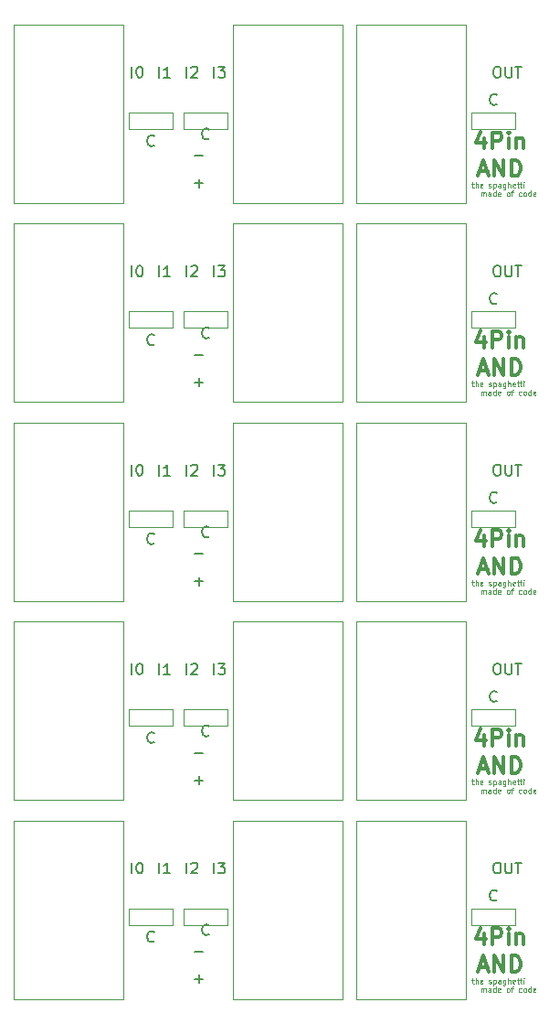
<source format=gto>
G04 #@! TF.GenerationSoftware,KiCad,Pcbnew,(5.1.6)-1*
G04 #@! TF.CreationDate,2020-06-25T08:47:51+09:00*
G04 #@! TF.ProjectId,4P-AND,34502d41-4e44-42e6-9b69-6361645f7063,rev?*
G04 #@! TF.SameCoordinates,Original*
G04 #@! TF.FileFunction,Legend,Top*
G04 #@! TF.FilePolarity,Positive*
%FSLAX46Y46*%
G04 Gerber Fmt 4.6, Leading zero omitted, Abs format (unit mm)*
G04 Created by KiCad (PCBNEW (5.1.6)-1) date 2020-06-25 08:47:51*
%MOMM*%
%LPD*%
G01*
G04 APERTURE LIST*
%ADD10C,0.300000*%
%ADD11C,0.150000*%
%ADD12C,0.050000*%
%ADD13C,0.120000*%
G04 APERTURE END LIST*
D10*
X74065000Y-115223571D02*
X74065000Y-116223571D01*
X73707857Y-114652142D02*
X73350714Y-115723571D01*
X74279285Y-115723571D01*
X74850714Y-116223571D02*
X74850714Y-114723571D01*
X75422142Y-114723571D01*
X75565000Y-114795000D01*
X75636428Y-114866428D01*
X75707857Y-115009285D01*
X75707857Y-115223571D01*
X75636428Y-115366428D01*
X75565000Y-115437857D01*
X75422142Y-115509285D01*
X74850714Y-115509285D01*
X76350714Y-116223571D02*
X76350714Y-115223571D01*
X76350714Y-114723571D02*
X76279285Y-114795000D01*
X76350714Y-114866428D01*
X76422142Y-114795000D01*
X76350714Y-114723571D01*
X76350714Y-114866428D01*
X77065000Y-115223571D02*
X77065000Y-116223571D01*
X77065000Y-115366428D02*
X77136428Y-115295000D01*
X77279285Y-115223571D01*
X77493571Y-115223571D01*
X77636428Y-115295000D01*
X77707857Y-115437857D01*
X77707857Y-116223571D01*
X73672142Y-118345000D02*
X74386428Y-118345000D01*
X73529285Y-118773571D02*
X74029285Y-117273571D01*
X74529285Y-118773571D01*
X75029285Y-118773571D02*
X75029285Y-117273571D01*
X75886428Y-118773571D01*
X75886428Y-117273571D01*
X76600714Y-118773571D02*
X76600714Y-117273571D01*
X76957857Y-117273571D01*
X77172142Y-117345000D01*
X77315000Y-117487857D01*
X77386428Y-117630714D01*
X77457857Y-117916428D01*
X77457857Y-118130714D01*
X77386428Y-118416428D01*
X77315000Y-118559285D01*
X77172142Y-118702142D01*
X76957857Y-118773571D01*
X76600714Y-118773571D01*
X74065000Y-96813571D02*
X74065000Y-97813571D01*
X73707857Y-96242142D02*
X73350714Y-97313571D01*
X74279285Y-97313571D01*
X74850714Y-97813571D02*
X74850714Y-96313571D01*
X75422142Y-96313571D01*
X75565000Y-96385000D01*
X75636428Y-96456428D01*
X75707857Y-96599285D01*
X75707857Y-96813571D01*
X75636428Y-96956428D01*
X75565000Y-97027857D01*
X75422142Y-97099285D01*
X74850714Y-97099285D01*
X76350714Y-97813571D02*
X76350714Y-96813571D01*
X76350714Y-96313571D02*
X76279285Y-96385000D01*
X76350714Y-96456428D01*
X76422142Y-96385000D01*
X76350714Y-96313571D01*
X76350714Y-96456428D01*
X77065000Y-96813571D02*
X77065000Y-97813571D01*
X77065000Y-96956428D02*
X77136428Y-96885000D01*
X77279285Y-96813571D01*
X77493571Y-96813571D01*
X77636428Y-96885000D01*
X77707857Y-97027857D01*
X77707857Y-97813571D01*
X73672142Y-99935000D02*
X74386428Y-99935000D01*
X73529285Y-100363571D02*
X74029285Y-98863571D01*
X74529285Y-100363571D01*
X75029285Y-100363571D02*
X75029285Y-98863571D01*
X75886428Y-100363571D01*
X75886428Y-98863571D01*
X76600714Y-100363571D02*
X76600714Y-98863571D01*
X76957857Y-98863571D01*
X77172142Y-98935000D01*
X77315000Y-99077857D01*
X77386428Y-99220714D01*
X77457857Y-99506428D01*
X77457857Y-99720714D01*
X77386428Y-100006428D01*
X77315000Y-100149285D01*
X77172142Y-100292142D01*
X76957857Y-100363571D01*
X76600714Y-100363571D01*
X74065000Y-78403571D02*
X74065000Y-79403571D01*
X73707857Y-77832142D02*
X73350714Y-78903571D01*
X74279285Y-78903571D01*
X74850714Y-79403571D02*
X74850714Y-77903571D01*
X75422142Y-77903571D01*
X75565000Y-77975000D01*
X75636428Y-78046428D01*
X75707857Y-78189285D01*
X75707857Y-78403571D01*
X75636428Y-78546428D01*
X75565000Y-78617857D01*
X75422142Y-78689285D01*
X74850714Y-78689285D01*
X76350714Y-79403571D02*
X76350714Y-78403571D01*
X76350714Y-77903571D02*
X76279285Y-77975000D01*
X76350714Y-78046428D01*
X76422142Y-77975000D01*
X76350714Y-77903571D01*
X76350714Y-78046428D01*
X77065000Y-78403571D02*
X77065000Y-79403571D01*
X77065000Y-78546428D02*
X77136428Y-78475000D01*
X77279285Y-78403571D01*
X77493571Y-78403571D01*
X77636428Y-78475000D01*
X77707857Y-78617857D01*
X77707857Y-79403571D01*
X73672142Y-81525000D02*
X74386428Y-81525000D01*
X73529285Y-81953571D02*
X74029285Y-80453571D01*
X74529285Y-81953571D01*
X75029285Y-81953571D02*
X75029285Y-80453571D01*
X75886428Y-81953571D01*
X75886428Y-80453571D01*
X76600714Y-81953571D02*
X76600714Y-80453571D01*
X76957857Y-80453571D01*
X77172142Y-80525000D01*
X77315000Y-80667857D01*
X77386428Y-80810714D01*
X77457857Y-81096428D01*
X77457857Y-81310714D01*
X77386428Y-81596428D01*
X77315000Y-81739285D01*
X77172142Y-81882142D01*
X76957857Y-81953571D01*
X76600714Y-81953571D01*
X74065000Y-59993571D02*
X74065000Y-60993571D01*
X73707857Y-59422142D02*
X73350714Y-60493571D01*
X74279285Y-60493571D01*
X74850714Y-60993571D02*
X74850714Y-59493571D01*
X75422142Y-59493571D01*
X75565000Y-59565000D01*
X75636428Y-59636428D01*
X75707857Y-59779285D01*
X75707857Y-59993571D01*
X75636428Y-60136428D01*
X75565000Y-60207857D01*
X75422142Y-60279285D01*
X74850714Y-60279285D01*
X76350714Y-60993571D02*
X76350714Y-59993571D01*
X76350714Y-59493571D02*
X76279285Y-59565000D01*
X76350714Y-59636428D01*
X76422142Y-59565000D01*
X76350714Y-59493571D01*
X76350714Y-59636428D01*
X77065000Y-59993571D02*
X77065000Y-60993571D01*
X77065000Y-60136428D02*
X77136428Y-60065000D01*
X77279285Y-59993571D01*
X77493571Y-59993571D01*
X77636428Y-60065000D01*
X77707857Y-60207857D01*
X77707857Y-60993571D01*
X73672142Y-63115000D02*
X74386428Y-63115000D01*
X73529285Y-63543571D02*
X74029285Y-62043571D01*
X74529285Y-63543571D01*
X75029285Y-63543571D02*
X75029285Y-62043571D01*
X75886428Y-63543571D01*
X75886428Y-62043571D01*
X76600714Y-63543571D02*
X76600714Y-62043571D01*
X76957857Y-62043571D01*
X77172142Y-62115000D01*
X77315000Y-62257857D01*
X77386428Y-62400714D01*
X77457857Y-62686428D01*
X77457857Y-62900714D01*
X77386428Y-63186428D01*
X77315000Y-63329285D01*
X77172142Y-63472142D01*
X76957857Y-63543571D01*
X76600714Y-63543571D01*
D11*
X41433809Y-109652380D02*
X41433809Y-108652380D01*
X42100476Y-108652380D02*
X42195714Y-108652380D01*
X42290952Y-108700000D01*
X42338571Y-108747619D01*
X42386190Y-108842857D01*
X42433809Y-109033333D01*
X42433809Y-109271428D01*
X42386190Y-109461904D01*
X42338571Y-109557142D01*
X42290952Y-109604761D01*
X42195714Y-109652380D01*
X42100476Y-109652380D01*
X42005238Y-109604761D01*
X41957619Y-109557142D01*
X41910000Y-109461904D01*
X41862380Y-109271428D01*
X41862380Y-109033333D01*
X41910000Y-108842857D01*
X41957619Y-108747619D01*
X42005238Y-108700000D01*
X42100476Y-108652380D01*
X41433809Y-91242380D02*
X41433809Y-90242380D01*
X42100476Y-90242380D02*
X42195714Y-90242380D01*
X42290952Y-90290000D01*
X42338571Y-90337619D01*
X42386190Y-90432857D01*
X42433809Y-90623333D01*
X42433809Y-90861428D01*
X42386190Y-91051904D01*
X42338571Y-91147142D01*
X42290952Y-91194761D01*
X42195714Y-91242380D01*
X42100476Y-91242380D01*
X42005238Y-91194761D01*
X41957619Y-91147142D01*
X41910000Y-91051904D01*
X41862380Y-90861428D01*
X41862380Y-90623333D01*
X41910000Y-90432857D01*
X41957619Y-90337619D01*
X42005238Y-90290000D01*
X42100476Y-90242380D01*
X41433809Y-72832380D02*
X41433809Y-71832380D01*
X42100476Y-71832380D02*
X42195714Y-71832380D01*
X42290952Y-71880000D01*
X42338571Y-71927619D01*
X42386190Y-72022857D01*
X42433809Y-72213333D01*
X42433809Y-72451428D01*
X42386190Y-72641904D01*
X42338571Y-72737142D01*
X42290952Y-72784761D01*
X42195714Y-72832380D01*
X42100476Y-72832380D01*
X42005238Y-72784761D01*
X41957619Y-72737142D01*
X41910000Y-72641904D01*
X41862380Y-72451428D01*
X41862380Y-72213333D01*
X41910000Y-72022857D01*
X41957619Y-71927619D01*
X42005238Y-71880000D01*
X42100476Y-71832380D01*
X41433809Y-54422380D02*
X41433809Y-53422380D01*
X42100476Y-53422380D02*
X42195714Y-53422380D01*
X42290952Y-53470000D01*
X42338571Y-53517619D01*
X42386190Y-53612857D01*
X42433809Y-53803333D01*
X42433809Y-54041428D01*
X42386190Y-54231904D01*
X42338571Y-54327142D01*
X42290952Y-54374761D01*
X42195714Y-54422380D01*
X42100476Y-54422380D01*
X42005238Y-54374761D01*
X41957619Y-54327142D01*
X41910000Y-54231904D01*
X41862380Y-54041428D01*
X41862380Y-53803333D01*
X41910000Y-53612857D01*
X41957619Y-53517619D01*
X42005238Y-53470000D01*
X42100476Y-53422380D01*
X75239523Y-112097142D02*
X75191904Y-112144761D01*
X75049047Y-112192380D01*
X74953809Y-112192380D01*
X74810952Y-112144761D01*
X74715714Y-112049523D01*
X74668095Y-111954285D01*
X74620476Y-111763809D01*
X74620476Y-111620952D01*
X74668095Y-111430476D01*
X74715714Y-111335238D01*
X74810952Y-111240000D01*
X74953809Y-111192380D01*
X75049047Y-111192380D01*
X75191904Y-111240000D01*
X75239523Y-111287619D01*
X75239523Y-93687142D02*
X75191904Y-93734761D01*
X75049047Y-93782380D01*
X74953809Y-93782380D01*
X74810952Y-93734761D01*
X74715714Y-93639523D01*
X74668095Y-93544285D01*
X74620476Y-93353809D01*
X74620476Y-93210952D01*
X74668095Y-93020476D01*
X74715714Y-92925238D01*
X74810952Y-92830000D01*
X74953809Y-92782380D01*
X75049047Y-92782380D01*
X75191904Y-92830000D01*
X75239523Y-92877619D01*
X75239523Y-75277142D02*
X75191904Y-75324761D01*
X75049047Y-75372380D01*
X74953809Y-75372380D01*
X74810952Y-75324761D01*
X74715714Y-75229523D01*
X74668095Y-75134285D01*
X74620476Y-74943809D01*
X74620476Y-74800952D01*
X74668095Y-74610476D01*
X74715714Y-74515238D01*
X74810952Y-74420000D01*
X74953809Y-74372380D01*
X75049047Y-74372380D01*
X75191904Y-74420000D01*
X75239523Y-74467619D01*
X75239523Y-56867142D02*
X75191904Y-56914761D01*
X75049047Y-56962380D01*
X74953809Y-56962380D01*
X74810952Y-56914761D01*
X74715714Y-56819523D01*
X74668095Y-56724285D01*
X74620476Y-56533809D01*
X74620476Y-56390952D01*
X74668095Y-56200476D01*
X74715714Y-56105238D01*
X74810952Y-56010000D01*
X74953809Y-55962380D01*
X75049047Y-55962380D01*
X75191904Y-56010000D01*
X75239523Y-56057619D01*
X75200000Y-108652380D02*
X75390476Y-108652380D01*
X75485714Y-108700000D01*
X75580952Y-108795238D01*
X75628571Y-108985714D01*
X75628571Y-109319047D01*
X75580952Y-109509523D01*
X75485714Y-109604761D01*
X75390476Y-109652380D01*
X75200000Y-109652380D01*
X75104761Y-109604761D01*
X75009523Y-109509523D01*
X74961904Y-109319047D01*
X74961904Y-108985714D01*
X75009523Y-108795238D01*
X75104761Y-108700000D01*
X75200000Y-108652380D01*
X76057142Y-108652380D02*
X76057142Y-109461904D01*
X76104761Y-109557142D01*
X76152380Y-109604761D01*
X76247619Y-109652380D01*
X76438095Y-109652380D01*
X76533333Y-109604761D01*
X76580952Y-109557142D01*
X76628571Y-109461904D01*
X76628571Y-108652380D01*
X76961904Y-108652380D02*
X77533333Y-108652380D01*
X77247619Y-109652380D02*
X77247619Y-108652380D01*
X75200000Y-90242380D02*
X75390476Y-90242380D01*
X75485714Y-90290000D01*
X75580952Y-90385238D01*
X75628571Y-90575714D01*
X75628571Y-90909047D01*
X75580952Y-91099523D01*
X75485714Y-91194761D01*
X75390476Y-91242380D01*
X75200000Y-91242380D01*
X75104761Y-91194761D01*
X75009523Y-91099523D01*
X74961904Y-90909047D01*
X74961904Y-90575714D01*
X75009523Y-90385238D01*
X75104761Y-90290000D01*
X75200000Y-90242380D01*
X76057142Y-90242380D02*
X76057142Y-91051904D01*
X76104761Y-91147142D01*
X76152380Y-91194761D01*
X76247619Y-91242380D01*
X76438095Y-91242380D01*
X76533333Y-91194761D01*
X76580952Y-91147142D01*
X76628571Y-91051904D01*
X76628571Y-90242380D01*
X76961904Y-90242380D02*
X77533333Y-90242380D01*
X77247619Y-91242380D02*
X77247619Y-90242380D01*
X75200000Y-71832380D02*
X75390476Y-71832380D01*
X75485714Y-71880000D01*
X75580952Y-71975238D01*
X75628571Y-72165714D01*
X75628571Y-72499047D01*
X75580952Y-72689523D01*
X75485714Y-72784761D01*
X75390476Y-72832380D01*
X75200000Y-72832380D01*
X75104761Y-72784761D01*
X75009523Y-72689523D01*
X74961904Y-72499047D01*
X74961904Y-72165714D01*
X75009523Y-71975238D01*
X75104761Y-71880000D01*
X75200000Y-71832380D01*
X76057142Y-71832380D02*
X76057142Y-72641904D01*
X76104761Y-72737142D01*
X76152380Y-72784761D01*
X76247619Y-72832380D01*
X76438095Y-72832380D01*
X76533333Y-72784761D01*
X76580952Y-72737142D01*
X76628571Y-72641904D01*
X76628571Y-71832380D01*
X76961904Y-71832380D02*
X77533333Y-71832380D01*
X77247619Y-72832380D02*
X77247619Y-71832380D01*
X75200000Y-53422380D02*
X75390476Y-53422380D01*
X75485714Y-53470000D01*
X75580952Y-53565238D01*
X75628571Y-53755714D01*
X75628571Y-54089047D01*
X75580952Y-54279523D01*
X75485714Y-54374761D01*
X75390476Y-54422380D01*
X75200000Y-54422380D01*
X75104761Y-54374761D01*
X75009523Y-54279523D01*
X74961904Y-54089047D01*
X74961904Y-53755714D01*
X75009523Y-53565238D01*
X75104761Y-53470000D01*
X75200000Y-53422380D01*
X76057142Y-53422380D02*
X76057142Y-54231904D01*
X76104761Y-54327142D01*
X76152380Y-54374761D01*
X76247619Y-54422380D01*
X76438095Y-54422380D01*
X76533333Y-54374761D01*
X76580952Y-54327142D01*
X76628571Y-54231904D01*
X76628571Y-53422380D01*
X76961904Y-53422380D02*
X77533333Y-53422380D01*
X77247619Y-54422380D02*
X77247619Y-53422380D01*
X49053809Y-109652380D02*
X49053809Y-108652380D01*
X49434761Y-108652380D02*
X50053809Y-108652380D01*
X49720476Y-109033333D01*
X49863333Y-109033333D01*
X49958571Y-109080952D01*
X50006190Y-109128571D01*
X50053809Y-109223809D01*
X50053809Y-109461904D01*
X50006190Y-109557142D01*
X49958571Y-109604761D01*
X49863333Y-109652380D01*
X49577619Y-109652380D01*
X49482380Y-109604761D01*
X49434761Y-109557142D01*
X49053809Y-91242380D02*
X49053809Y-90242380D01*
X49434761Y-90242380D02*
X50053809Y-90242380D01*
X49720476Y-90623333D01*
X49863333Y-90623333D01*
X49958571Y-90670952D01*
X50006190Y-90718571D01*
X50053809Y-90813809D01*
X50053809Y-91051904D01*
X50006190Y-91147142D01*
X49958571Y-91194761D01*
X49863333Y-91242380D01*
X49577619Y-91242380D01*
X49482380Y-91194761D01*
X49434761Y-91147142D01*
X49053809Y-72832380D02*
X49053809Y-71832380D01*
X49434761Y-71832380D02*
X50053809Y-71832380D01*
X49720476Y-72213333D01*
X49863333Y-72213333D01*
X49958571Y-72260952D01*
X50006190Y-72308571D01*
X50053809Y-72403809D01*
X50053809Y-72641904D01*
X50006190Y-72737142D01*
X49958571Y-72784761D01*
X49863333Y-72832380D01*
X49577619Y-72832380D01*
X49482380Y-72784761D01*
X49434761Y-72737142D01*
X49053809Y-54422380D02*
X49053809Y-53422380D01*
X49434761Y-53422380D02*
X50053809Y-53422380D01*
X49720476Y-53803333D01*
X49863333Y-53803333D01*
X49958571Y-53850952D01*
X50006190Y-53898571D01*
X50053809Y-53993809D01*
X50053809Y-54231904D01*
X50006190Y-54327142D01*
X49958571Y-54374761D01*
X49863333Y-54422380D01*
X49577619Y-54422380D01*
X49482380Y-54374761D01*
X49434761Y-54327142D01*
D12*
X72922142Y-119487857D02*
X73112619Y-119487857D01*
X72993571Y-119321190D02*
X72993571Y-119749761D01*
X73017380Y-119797380D01*
X73065000Y-119821190D01*
X73112619Y-119821190D01*
X73279285Y-119821190D02*
X73279285Y-119321190D01*
X73493571Y-119821190D02*
X73493571Y-119559285D01*
X73469761Y-119511666D01*
X73422142Y-119487857D01*
X73350714Y-119487857D01*
X73303095Y-119511666D01*
X73279285Y-119535476D01*
X73922142Y-119797380D02*
X73874523Y-119821190D01*
X73779285Y-119821190D01*
X73731666Y-119797380D01*
X73707857Y-119749761D01*
X73707857Y-119559285D01*
X73731666Y-119511666D01*
X73779285Y-119487857D01*
X73874523Y-119487857D01*
X73922142Y-119511666D01*
X73945952Y-119559285D01*
X73945952Y-119606904D01*
X73707857Y-119654523D01*
X74517380Y-119797380D02*
X74565000Y-119821190D01*
X74660238Y-119821190D01*
X74707857Y-119797380D01*
X74731666Y-119749761D01*
X74731666Y-119725952D01*
X74707857Y-119678333D01*
X74660238Y-119654523D01*
X74588809Y-119654523D01*
X74541190Y-119630714D01*
X74517380Y-119583095D01*
X74517380Y-119559285D01*
X74541190Y-119511666D01*
X74588809Y-119487857D01*
X74660238Y-119487857D01*
X74707857Y-119511666D01*
X74945952Y-119487857D02*
X74945952Y-119987857D01*
X74945952Y-119511666D02*
X74993571Y-119487857D01*
X75088809Y-119487857D01*
X75136428Y-119511666D01*
X75160238Y-119535476D01*
X75184047Y-119583095D01*
X75184047Y-119725952D01*
X75160238Y-119773571D01*
X75136428Y-119797380D01*
X75088809Y-119821190D01*
X74993571Y-119821190D01*
X74945952Y-119797380D01*
X75612619Y-119821190D02*
X75612619Y-119559285D01*
X75588809Y-119511666D01*
X75541190Y-119487857D01*
X75445952Y-119487857D01*
X75398333Y-119511666D01*
X75612619Y-119797380D02*
X75565000Y-119821190D01*
X75445952Y-119821190D01*
X75398333Y-119797380D01*
X75374523Y-119749761D01*
X75374523Y-119702142D01*
X75398333Y-119654523D01*
X75445952Y-119630714D01*
X75565000Y-119630714D01*
X75612619Y-119606904D01*
X76065000Y-119487857D02*
X76065000Y-119892619D01*
X76041190Y-119940238D01*
X76017380Y-119964047D01*
X75969761Y-119987857D01*
X75898333Y-119987857D01*
X75850714Y-119964047D01*
X76065000Y-119797380D02*
X76017380Y-119821190D01*
X75922142Y-119821190D01*
X75874523Y-119797380D01*
X75850714Y-119773571D01*
X75826904Y-119725952D01*
X75826904Y-119583095D01*
X75850714Y-119535476D01*
X75874523Y-119511666D01*
X75922142Y-119487857D01*
X76017380Y-119487857D01*
X76065000Y-119511666D01*
X76303095Y-119821190D02*
X76303095Y-119321190D01*
X76517380Y-119821190D02*
X76517380Y-119559285D01*
X76493571Y-119511666D01*
X76445952Y-119487857D01*
X76374523Y-119487857D01*
X76326904Y-119511666D01*
X76303095Y-119535476D01*
X76945952Y-119797380D02*
X76898333Y-119821190D01*
X76803095Y-119821190D01*
X76755476Y-119797380D01*
X76731666Y-119749761D01*
X76731666Y-119559285D01*
X76755476Y-119511666D01*
X76803095Y-119487857D01*
X76898333Y-119487857D01*
X76945952Y-119511666D01*
X76969761Y-119559285D01*
X76969761Y-119606904D01*
X76731666Y-119654523D01*
X77112619Y-119487857D02*
X77303095Y-119487857D01*
X77184047Y-119321190D02*
X77184047Y-119749761D01*
X77207857Y-119797380D01*
X77255476Y-119821190D01*
X77303095Y-119821190D01*
X77398333Y-119487857D02*
X77588809Y-119487857D01*
X77469761Y-119321190D02*
X77469761Y-119749761D01*
X77493571Y-119797380D01*
X77541190Y-119821190D01*
X77588809Y-119821190D01*
X77755476Y-119821190D02*
X77755476Y-119487857D01*
X77755476Y-119321190D02*
X77731666Y-119345000D01*
X77755476Y-119368809D01*
X77779285Y-119345000D01*
X77755476Y-119321190D01*
X77755476Y-119368809D01*
X73815000Y-120621190D02*
X73815000Y-120287857D01*
X73815000Y-120335476D02*
X73838809Y-120311666D01*
X73886428Y-120287857D01*
X73957857Y-120287857D01*
X74005476Y-120311666D01*
X74029285Y-120359285D01*
X74029285Y-120621190D01*
X74029285Y-120359285D02*
X74053095Y-120311666D01*
X74100714Y-120287857D01*
X74172142Y-120287857D01*
X74219761Y-120311666D01*
X74243571Y-120359285D01*
X74243571Y-120621190D01*
X74695952Y-120621190D02*
X74695952Y-120359285D01*
X74672142Y-120311666D01*
X74624523Y-120287857D01*
X74529285Y-120287857D01*
X74481666Y-120311666D01*
X74695952Y-120597380D02*
X74648333Y-120621190D01*
X74529285Y-120621190D01*
X74481666Y-120597380D01*
X74457857Y-120549761D01*
X74457857Y-120502142D01*
X74481666Y-120454523D01*
X74529285Y-120430714D01*
X74648333Y-120430714D01*
X74695952Y-120406904D01*
X75148333Y-120621190D02*
X75148333Y-120121190D01*
X75148333Y-120597380D02*
X75100714Y-120621190D01*
X75005476Y-120621190D01*
X74957857Y-120597380D01*
X74934047Y-120573571D01*
X74910238Y-120525952D01*
X74910238Y-120383095D01*
X74934047Y-120335476D01*
X74957857Y-120311666D01*
X75005476Y-120287857D01*
X75100714Y-120287857D01*
X75148333Y-120311666D01*
X75576904Y-120597380D02*
X75529285Y-120621190D01*
X75434047Y-120621190D01*
X75386428Y-120597380D01*
X75362619Y-120549761D01*
X75362619Y-120359285D01*
X75386428Y-120311666D01*
X75434047Y-120287857D01*
X75529285Y-120287857D01*
X75576904Y-120311666D01*
X75600714Y-120359285D01*
X75600714Y-120406904D01*
X75362619Y-120454523D01*
X76267380Y-120621190D02*
X76219761Y-120597380D01*
X76195952Y-120573571D01*
X76172142Y-120525952D01*
X76172142Y-120383095D01*
X76195952Y-120335476D01*
X76219761Y-120311666D01*
X76267380Y-120287857D01*
X76338809Y-120287857D01*
X76386428Y-120311666D01*
X76410238Y-120335476D01*
X76434047Y-120383095D01*
X76434047Y-120525952D01*
X76410238Y-120573571D01*
X76386428Y-120597380D01*
X76338809Y-120621190D01*
X76267380Y-120621190D01*
X76576904Y-120287857D02*
X76767380Y-120287857D01*
X76648333Y-120621190D02*
X76648333Y-120192619D01*
X76672142Y-120145000D01*
X76719761Y-120121190D01*
X76767380Y-120121190D01*
X77529285Y-120597380D02*
X77481666Y-120621190D01*
X77386428Y-120621190D01*
X77338809Y-120597380D01*
X77315000Y-120573571D01*
X77291190Y-120525952D01*
X77291190Y-120383095D01*
X77315000Y-120335476D01*
X77338809Y-120311666D01*
X77386428Y-120287857D01*
X77481666Y-120287857D01*
X77529285Y-120311666D01*
X77815000Y-120621190D02*
X77767380Y-120597380D01*
X77743571Y-120573571D01*
X77719761Y-120525952D01*
X77719761Y-120383095D01*
X77743571Y-120335476D01*
X77767380Y-120311666D01*
X77815000Y-120287857D01*
X77886428Y-120287857D01*
X77934047Y-120311666D01*
X77957857Y-120335476D01*
X77981666Y-120383095D01*
X77981666Y-120525952D01*
X77957857Y-120573571D01*
X77934047Y-120597380D01*
X77886428Y-120621190D01*
X77815000Y-120621190D01*
X78410238Y-120621190D02*
X78410238Y-120121190D01*
X78410238Y-120597380D02*
X78362619Y-120621190D01*
X78267380Y-120621190D01*
X78219761Y-120597380D01*
X78195952Y-120573571D01*
X78172142Y-120525952D01*
X78172142Y-120383095D01*
X78195952Y-120335476D01*
X78219761Y-120311666D01*
X78267380Y-120287857D01*
X78362619Y-120287857D01*
X78410238Y-120311666D01*
X78838809Y-120597380D02*
X78791190Y-120621190D01*
X78695952Y-120621190D01*
X78648333Y-120597380D01*
X78624523Y-120549761D01*
X78624523Y-120359285D01*
X78648333Y-120311666D01*
X78695952Y-120287857D01*
X78791190Y-120287857D01*
X78838809Y-120311666D01*
X78862619Y-120359285D01*
X78862619Y-120406904D01*
X78624523Y-120454523D01*
X72922142Y-101077857D02*
X73112619Y-101077857D01*
X72993571Y-100911190D02*
X72993571Y-101339761D01*
X73017380Y-101387380D01*
X73065000Y-101411190D01*
X73112619Y-101411190D01*
X73279285Y-101411190D02*
X73279285Y-100911190D01*
X73493571Y-101411190D02*
X73493571Y-101149285D01*
X73469761Y-101101666D01*
X73422142Y-101077857D01*
X73350714Y-101077857D01*
X73303095Y-101101666D01*
X73279285Y-101125476D01*
X73922142Y-101387380D02*
X73874523Y-101411190D01*
X73779285Y-101411190D01*
X73731666Y-101387380D01*
X73707857Y-101339761D01*
X73707857Y-101149285D01*
X73731666Y-101101666D01*
X73779285Y-101077857D01*
X73874523Y-101077857D01*
X73922142Y-101101666D01*
X73945952Y-101149285D01*
X73945952Y-101196904D01*
X73707857Y-101244523D01*
X74517380Y-101387380D02*
X74565000Y-101411190D01*
X74660238Y-101411190D01*
X74707857Y-101387380D01*
X74731666Y-101339761D01*
X74731666Y-101315952D01*
X74707857Y-101268333D01*
X74660238Y-101244523D01*
X74588809Y-101244523D01*
X74541190Y-101220714D01*
X74517380Y-101173095D01*
X74517380Y-101149285D01*
X74541190Y-101101666D01*
X74588809Y-101077857D01*
X74660238Y-101077857D01*
X74707857Y-101101666D01*
X74945952Y-101077857D02*
X74945952Y-101577857D01*
X74945952Y-101101666D02*
X74993571Y-101077857D01*
X75088809Y-101077857D01*
X75136428Y-101101666D01*
X75160238Y-101125476D01*
X75184047Y-101173095D01*
X75184047Y-101315952D01*
X75160238Y-101363571D01*
X75136428Y-101387380D01*
X75088809Y-101411190D01*
X74993571Y-101411190D01*
X74945952Y-101387380D01*
X75612619Y-101411190D02*
X75612619Y-101149285D01*
X75588809Y-101101666D01*
X75541190Y-101077857D01*
X75445952Y-101077857D01*
X75398333Y-101101666D01*
X75612619Y-101387380D02*
X75565000Y-101411190D01*
X75445952Y-101411190D01*
X75398333Y-101387380D01*
X75374523Y-101339761D01*
X75374523Y-101292142D01*
X75398333Y-101244523D01*
X75445952Y-101220714D01*
X75565000Y-101220714D01*
X75612619Y-101196904D01*
X76065000Y-101077857D02*
X76065000Y-101482619D01*
X76041190Y-101530238D01*
X76017380Y-101554047D01*
X75969761Y-101577857D01*
X75898333Y-101577857D01*
X75850714Y-101554047D01*
X76065000Y-101387380D02*
X76017380Y-101411190D01*
X75922142Y-101411190D01*
X75874523Y-101387380D01*
X75850714Y-101363571D01*
X75826904Y-101315952D01*
X75826904Y-101173095D01*
X75850714Y-101125476D01*
X75874523Y-101101666D01*
X75922142Y-101077857D01*
X76017380Y-101077857D01*
X76065000Y-101101666D01*
X76303095Y-101411190D02*
X76303095Y-100911190D01*
X76517380Y-101411190D02*
X76517380Y-101149285D01*
X76493571Y-101101666D01*
X76445952Y-101077857D01*
X76374523Y-101077857D01*
X76326904Y-101101666D01*
X76303095Y-101125476D01*
X76945952Y-101387380D02*
X76898333Y-101411190D01*
X76803095Y-101411190D01*
X76755476Y-101387380D01*
X76731666Y-101339761D01*
X76731666Y-101149285D01*
X76755476Y-101101666D01*
X76803095Y-101077857D01*
X76898333Y-101077857D01*
X76945952Y-101101666D01*
X76969761Y-101149285D01*
X76969761Y-101196904D01*
X76731666Y-101244523D01*
X77112619Y-101077857D02*
X77303095Y-101077857D01*
X77184047Y-100911190D02*
X77184047Y-101339761D01*
X77207857Y-101387380D01*
X77255476Y-101411190D01*
X77303095Y-101411190D01*
X77398333Y-101077857D02*
X77588809Y-101077857D01*
X77469761Y-100911190D02*
X77469761Y-101339761D01*
X77493571Y-101387380D01*
X77541190Y-101411190D01*
X77588809Y-101411190D01*
X77755476Y-101411190D02*
X77755476Y-101077857D01*
X77755476Y-100911190D02*
X77731666Y-100935000D01*
X77755476Y-100958809D01*
X77779285Y-100935000D01*
X77755476Y-100911190D01*
X77755476Y-100958809D01*
X73815000Y-102211190D02*
X73815000Y-101877857D01*
X73815000Y-101925476D02*
X73838809Y-101901666D01*
X73886428Y-101877857D01*
X73957857Y-101877857D01*
X74005476Y-101901666D01*
X74029285Y-101949285D01*
X74029285Y-102211190D01*
X74029285Y-101949285D02*
X74053095Y-101901666D01*
X74100714Y-101877857D01*
X74172142Y-101877857D01*
X74219761Y-101901666D01*
X74243571Y-101949285D01*
X74243571Y-102211190D01*
X74695952Y-102211190D02*
X74695952Y-101949285D01*
X74672142Y-101901666D01*
X74624523Y-101877857D01*
X74529285Y-101877857D01*
X74481666Y-101901666D01*
X74695952Y-102187380D02*
X74648333Y-102211190D01*
X74529285Y-102211190D01*
X74481666Y-102187380D01*
X74457857Y-102139761D01*
X74457857Y-102092142D01*
X74481666Y-102044523D01*
X74529285Y-102020714D01*
X74648333Y-102020714D01*
X74695952Y-101996904D01*
X75148333Y-102211190D02*
X75148333Y-101711190D01*
X75148333Y-102187380D02*
X75100714Y-102211190D01*
X75005476Y-102211190D01*
X74957857Y-102187380D01*
X74934047Y-102163571D01*
X74910238Y-102115952D01*
X74910238Y-101973095D01*
X74934047Y-101925476D01*
X74957857Y-101901666D01*
X75005476Y-101877857D01*
X75100714Y-101877857D01*
X75148333Y-101901666D01*
X75576904Y-102187380D02*
X75529285Y-102211190D01*
X75434047Y-102211190D01*
X75386428Y-102187380D01*
X75362619Y-102139761D01*
X75362619Y-101949285D01*
X75386428Y-101901666D01*
X75434047Y-101877857D01*
X75529285Y-101877857D01*
X75576904Y-101901666D01*
X75600714Y-101949285D01*
X75600714Y-101996904D01*
X75362619Y-102044523D01*
X76267380Y-102211190D02*
X76219761Y-102187380D01*
X76195952Y-102163571D01*
X76172142Y-102115952D01*
X76172142Y-101973095D01*
X76195952Y-101925476D01*
X76219761Y-101901666D01*
X76267380Y-101877857D01*
X76338809Y-101877857D01*
X76386428Y-101901666D01*
X76410238Y-101925476D01*
X76434047Y-101973095D01*
X76434047Y-102115952D01*
X76410238Y-102163571D01*
X76386428Y-102187380D01*
X76338809Y-102211190D01*
X76267380Y-102211190D01*
X76576904Y-101877857D02*
X76767380Y-101877857D01*
X76648333Y-102211190D02*
X76648333Y-101782619D01*
X76672142Y-101735000D01*
X76719761Y-101711190D01*
X76767380Y-101711190D01*
X77529285Y-102187380D02*
X77481666Y-102211190D01*
X77386428Y-102211190D01*
X77338809Y-102187380D01*
X77315000Y-102163571D01*
X77291190Y-102115952D01*
X77291190Y-101973095D01*
X77315000Y-101925476D01*
X77338809Y-101901666D01*
X77386428Y-101877857D01*
X77481666Y-101877857D01*
X77529285Y-101901666D01*
X77815000Y-102211190D02*
X77767380Y-102187380D01*
X77743571Y-102163571D01*
X77719761Y-102115952D01*
X77719761Y-101973095D01*
X77743571Y-101925476D01*
X77767380Y-101901666D01*
X77815000Y-101877857D01*
X77886428Y-101877857D01*
X77934047Y-101901666D01*
X77957857Y-101925476D01*
X77981666Y-101973095D01*
X77981666Y-102115952D01*
X77957857Y-102163571D01*
X77934047Y-102187380D01*
X77886428Y-102211190D01*
X77815000Y-102211190D01*
X78410238Y-102211190D02*
X78410238Y-101711190D01*
X78410238Y-102187380D02*
X78362619Y-102211190D01*
X78267380Y-102211190D01*
X78219761Y-102187380D01*
X78195952Y-102163571D01*
X78172142Y-102115952D01*
X78172142Y-101973095D01*
X78195952Y-101925476D01*
X78219761Y-101901666D01*
X78267380Y-101877857D01*
X78362619Y-101877857D01*
X78410238Y-101901666D01*
X78838809Y-102187380D02*
X78791190Y-102211190D01*
X78695952Y-102211190D01*
X78648333Y-102187380D01*
X78624523Y-102139761D01*
X78624523Y-101949285D01*
X78648333Y-101901666D01*
X78695952Y-101877857D01*
X78791190Y-101877857D01*
X78838809Y-101901666D01*
X78862619Y-101949285D01*
X78862619Y-101996904D01*
X78624523Y-102044523D01*
X72922142Y-82667857D02*
X73112619Y-82667857D01*
X72993571Y-82501190D02*
X72993571Y-82929761D01*
X73017380Y-82977380D01*
X73065000Y-83001190D01*
X73112619Y-83001190D01*
X73279285Y-83001190D02*
X73279285Y-82501190D01*
X73493571Y-83001190D02*
X73493571Y-82739285D01*
X73469761Y-82691666D01*
X73422142Y-82667857D01*
X73350714Y-82667857D01*
X73303095Y-82691666D01*
X73279285Y-82715476D01*
X73922142Y-82977380D02*
X73874523Y-83001190D01*
X73779285Y-83001190D01*
X73731666Y-82977380D01*
X73707857Y-82929761D01*
X73707857Y-82739285D01*
X73731666Y-82691666D01*
X73779285Y-82667857D01*
X73874523Y-82667857D01*
X73922142Y-82691666D01*
X73945952Y-82739285D01*
X73945952Y-82786904D01*
X73707857Y-82834523D01*
X74517380Y-82977380D02*
X74565000Y-83001190D01*
X74660238Y-83001190D01*
X74707857Y-82977380D01*
X74731666Y-82929761D01*
X74731666Y-82905952D01*
X74707857Y-82858333D01*
X74660238Y-82834523D01*
X74588809Y-82834523D01*
X74541190Y-82810714D01*
X74517380Y-82763095D01*
X74517380Y-82739285D01*
X74541190Y-82691666D01*
X74588809Y-82667857D01*
X74660238Y-82667857D01*
X74707857Y-82691666D01*
X74945952Y-82667857D02*
X74945952Y-83167857D01*
X74945952Y-82691666D02*
X74993571Y-82667857D01*
X75088809Y-82667857D01*
X75136428Y-82691666D01*
X75160238Y-82715476D01*
X75184047Y-82763095D01*
X75184047Y-82905952D01*
X75160238Y-82953571D01*
X75136428Y-82977380D01*
X75088809Y-83001190D01*
X74993571Y-83001190D01*
X74945952Y-82977380D01*
X75612619Y-83001190D02*
X75612619Y-82739285D01*
X75588809Y-82691666D01*
X75541190Y-82667857D01*
X75445952Y-82667857D01*
X75398333Y-82691666D01*
X75612619Y-82977380D02*
X75565000Y-83001190D01*
X75445952Y-83001190D01*
X75398333Y-82977380D01*
X75374523Y-82929761D01*
X75374523Y-82882142D01*
X75398333Y-82834523D01*
X75445952Y-82810714D01*
X75565000Y-82810714D01*
X75612619Y-82786904D01*
X76065000Y-82667857D02*
X76065000Y-83072619D01*
X76041190Y-83120238D01*
X76017380Y-83144047D01*
X75969761Y-83167857D01*
X75898333Y-83167857D01*
X75850714Y-83144047D01*
X76065000Y-82977380D02*
X76017380Y-83001190D01*
X75922142Y-83001190D01*
X75874523Y-82977380D01*
X75850714Y-82953571D01*
X75826904Y-82905952D01*
X75826904Y-82763095D01*
X75850714Y-82715476D01*
X75874523Y-82691666D01*
X75922142Y-82667857D01*
X76017380Y-82667857D01*
X76065000Y-82691666D01*
X76303095Y-83001190D02*
X76303095Y-82501190D01*
X76517380Y-83001190D02*
X76517380Y-82739285D01*
X76493571Y-82691666D01*
X76445952Y-82667857D01*
X76374523Y-82667857D01*
X76326904Y-82691666D01*
X76303095Y-82715476D01*
X76945952Y-82977380D02*
X76898333Y-83001190D01*
X76803095Y-83001190D01*
X76755476Y-82977380D01*
X76731666Y-82929761D01*
X76731666Y-82739285D01*
X76755476Y-82691666D01*
X76803095Y-82667857D01*
X76898333Y-82667857D01*
X76945952Y-82691666D01*
X76969761Y-82739285D01*
X76969761Y-82786904D01*
X76731666Y-82834523D01*
X77112619Y-82667857D02*
X77303095Y-82667857D01*
X77184047Y-82501190D02*
X77184047Y-82929761D01*
X77207857Y-82977380D01*
X77255476Y-83001190D01*
X77303095Y-83001190D01*
X77398333Y-82667857D02*
X77588809Y-82667857D01*
X77469761Y-82501190D02*
X77469761Y-82929761D01*
X77493571Y-82977380D01*
X77541190Y-83001190D01*
X77588809Y-83001190D01*
X77755476Y-83001190D02*
X77755476Y-82667857D01*
X77755476Y-82501190D02*
X77731666Y-82525000D01*
X77755476Y-82548809D01*
X77779285Y-82525000D01*
X77755476Y-82501190D01*
X77755476Y-82548809D01*
X73815000Y-83801190D02*
X73815000Y-83467857D01*
X73815000Y-83515476D02*
X73838809Y-83491666D01*
X73886428Y-83467857D01*
X73957857Y-83467857D01*
X74005476Y-83491666D01*
X74029285Y-83539285D01*
X74029285Y-83801190D01*
X74029285Y-83539285D02*
X74053095Y-83491666D01*
X74100714Y-83467857D01*
X74172142Y-83467857D01*
X74219761Y-83491666D01*
X74243571Y-83539285D01*
X74243571Y-83801190D01*
X74695952Y-83801190D02*
X74695952Y-83539285D01*
X74672142Y-83491666D01*
X74624523Y-83467857D01*
X74529285Y-83467857D01*
X74481666Y-83491666D01*
X74695952Y-83777380D02*
X74648333Y-83801190D01*
X74529285Y-83801190D01*
X74481666Y-83777380D01*
X74457857Y-83729761D01*
X74457857Y-83682142D01*
X74481666Y-83634523D01*
X74529285Y-83610714D01*
X74648333Y-83610714D01*
X74695952Y-83586904D01*
X75148333Y-83801190D02*
X75148333Y-83301190D01*
X75148333Y-83777380D02*
X75100714Y-83801190D01*
X75005476Y-83801190D01*
X74957857Y-83777380D01*
X74934047Y-83753571D01*
X74910238Y-83705952D01*
X74910238Y-83563095D01*
X74934047Y-83515476D01*
X74957857Y-83491666D01*
X75005476Y-83467857D01*
X75100714Y-83467857D01*
X75148333Y-83491666D01*
X75576904Y-83777380D02*
X75529285Y-83801190D01*
X75434047Y-83801190D01*
X75386428Y-83777380D01*
X75362619Y-83729761D01*
X75362619Y-83539285D01*
X75386428Y-83491666D01*
X75434047Y-83467857D01*
X75529285Y-83467857D01*
X75576904Y-83491666D01*
X75600714Y-83539285D01*
X75600714Y-83586904D01*
X75362619Y-83634523D01*
X76267380Y-83801190D02*
X76219761Y-83777380D01*
X76195952Y-83753571D01*
X76172142Y-83705952D01*
X76172142Y-83563095D01*
X76195952Y-83515476D01*
X76219761Y-83491666D01*
X76267380Y-83467857D01*
X76338809Y-83467857D01*
X76386428Y-83491666D01*
X76410238Y-83515476D01*
X76434047Y-83563095D01*
X76434047Y-83705952D01*
X76410238Y-83753571D01*
X76386428Y-83777380D01*
X76338809Y-83801190D01*
X76267380Y-83801190D01*
X76576904Y-83467857D02*
X76767380Y-83467857D01*
X76648333Y-83801190D02*
X76648333Y-83372619D01*
X76672142Y-83325000D01*
X76719761Y-83301190D01*
X76767380Y-83301190D01*
X77529285Y-83777380D02*
X77481666Y-83801190D01*
X77386428Y-83801190D01*
X77338809Y-83777380D01*
X77315000Y-83753571D01*
X77291190Y-83705952D01*
X77291190Y-83563095D01*
X77315000Y-83515476D01*
X77338809Y-83491666D01*
X77386428Y-83467857D01*
X77481666Y-83467857D01*
X77529285Y-83491666D01*
X77815000Y-83801190D02*
X77767380Y-83777380D01*
X77743571Y-83753571D01*
X77719761Y-83705952D01*
X77719761Y-83563095D01*
X77743571Y-83515476D01*
X77767380Y-83491666D01*
X77815000Y-83467857D01*
X77886428Y-83467857D01*
X77934047Y-83491666D01*
X77957857Y-83515476D01*
X77981666Y-83563095D01*
X77981666Y-83705952D01*
X77957857Y-83753571D01*
X77934047Y-83777380D01*
X77886428Y-83801190D01*
X77815000Y-83801190D01*
X78410238Y-83801190D02*
X78410238Y-83301190D01*
X78410238Y-83777380D02*
X78362619Y-83801190D01*
X78267380Y-83801190D01*
X78219761Y-83777380D01*
X78195952Y-83753571D01*
X78172142Y-83705952D01*
X78172142Y-83563095D01*
X78195952Y-83515476D01*
X78219761Y-83491666D01*
X78267380Y-83467857D01*
X78362619Y-83467857D01*
X78410238Y-83491666D01*
X78838809Y-83777380D02*
X78791190Y-83801190D01*
X78695952Y-83801190D01*
X78648333Y-83777380D01*
X78624523Y-83729761D01*
X78624523Y-83539285D01*
X78648333Y-83491666D01*
X78695952Y-83467857D01*
X78791190Y-83467857D01*
X78838809Y-83491666D01*
X78862619Y-83539285D01*
X78862619Y-83586904D01*
X78624523Y-83634523D01*
X72922142Y-64257857D02*
X73112619Y-64257857D01*
X72993571Y-64091190D02*
X72993571Y-64519761D01*
X73017380Y-64567380D01*
X73065000Y-64591190D01*
X73112619Y-64591190D01*
X73279285Y-64591190D02*
X73279285Y-64091190D01*
X73493571Y-64591190D02*
X73493571Y-64329285D01*
X73469761Y-64281666D01*
X73422142Y-64257857D01*
X73350714Y-64257857D01*
X73303095Y-64281666D01*
X73279285Y-64305476D01*
X73922142Y-64567380D02*
X73874523Y-64591190D01*
X73779285Y-64591190D01*
X73731666Y-64567380D01*
X73707857Y-64519761D01*
X73707857Y-64329285D01*
X73731666Y-64281666D01*
X73779285Y-64257857D01*
X73874523Y-64257857D01*
X73922142Y-64281666D01*
X73945952Y-64329285D01*
X73945952Y-64376904D01*
X73707857Y-64424523D01*
X74517380Y-64567380D02*
X74565000Y-64591190D01*
X74660238Y-64591190D01*
X74707857Y-64567380D01*
X74731666Y-64519761D01*
X74731666Y-64495952D01*
X74707857Y-64448333D01*
X74660238Y-64424523D01*
X74588809Y-64424523D01*
X74541190Y-64400714D01*
X74517380Y-64353095D01*
X74517380Y-64329285D01*
X74541190Y-64281666D01*
X74588809Y-64257857D01*
X74660238Y-64257857D01*
X74707857Y-64281666D01*
X74945952Y-64257857D02*
X74945952Y-64757857D01*
X74945952Y-64281666D02*
X74993571Y-64257857D01*
X75088809Y-64257857D01*
X75136428Y-64281666D01*
X75160238Y-64305476D01*
X75184047Y-64353095D01*
X75184047Y-64495952D01*
X75160238Y-64543571D01*
X75136428Y-64567380D01*
X75088809Y-64591190D01*
X74993571Y-64591190D01*
X74945952Y-64567380D01*
X75612619Y-64591190D02*
X75612619Y-64329285D01*
X75588809Y-64281666D01*
X75541190Y-64257857D01*
X75445952Y-64257857D01*
X75398333Y-64281666D01*
X75612619Y-64567380D02*
X75565000Y-64591190D01*
X75445952Y-64591190D01*
X75398333Y-64567380D01*
X75374523Y-64519761D01*
X75374523Y-64472142D01*
X75398333Y-64424523D01*
X75445952Y-64400714D01*
X75565000Y-64400714D01*
X75612619Y-64376904D01*
X76065000Y-64257857D02*
X76065000Y-64662619D01*
X76041190Y-64710238D01*
X76017380Y-64734047D01*
X75969761Y-64757857D01*
X75898333Y-64757857D01*
X75850714Y-64734047D01*
X76065000Y-64567380D02*
X76017380Y-64591190D01*
X75922142Y-64591190D01*
X75874523Y-64567380D01*
X75850714Y-64543571D01*
X75826904Y-64495952D01*
X75826904Y-64353095D01*
X75850714Y-64305476D01*
X75874523Y-64281666D01*
X75922142Y-64257857D01*
X76017380Y-64257857D01*
X76065000Y-64281666D01*
X76303095Y-64591190D02*
X76303095Y-64091190D01*
X76517380Y-64591190D02*
X76517380Y-64329285D01*
X76493571Y-64281666D01*
X76445952Y-64257857D01*
X76374523Y-64257857D01*
X76326904Y-64281666D01*
X76303095Y-64305476D01*
X76945952Y-64567380D02*
X76898333Y-64591190D01*
X76803095Y-64591190D01*
X76755476Y-64567380D01*
X76731666Y-64519761D01*
X76731666Y-64329285D01*
X76755476Y-64281666D01*
X76803095Y-64257857D01*
X76898333Y-64257857D01*
X76945952Y-64281666D01*
X76969761Y-64329285D01*
X76969761Y-64376904D01*
X76731666Y-64424523D01*
X77112619Y-64257857D02*
X77303095Y-64257857D01*
X77184047Y-64091190D02*
X77184047Y-64519761D01*
X77207857Y-64567380D01*
X77255476Y-64591190D01*
X77303095Y-64591190D01*
X77398333Y-64257857D02*
X77588809Y-64257857D01*
X77469761Y-64091190D02*
X77469761Y-64519761D01*
X77493571Y-64567380D01*
X77541190Y-64591190D01*
X77588809Y-64591190D01*
X77755476Y-64591190D02*
X77755476Y-64257857D01*
X77755476Y-64091190D02*
X77731666Y-64115000D01*
X77755476Y-64138809D01*
X77779285Y-64115000D01*
X77755476Y-64091190D01*
X77755476Y-64138809D01*
X73815000Y-65391190D02*
X73815000Y-65057857D01*
X73815000Y-65105476D02*
X73838809Y-65081666D01*
X73886428Y-65057857D01*
X73957857Y-65057857D01*
X74005476Y-65081666D01*
X74029285Y-65129285D01*
X74029285Y-65391190D01*
X74029285Y-65129285D02*
X74053095Y-65081666D01*
X74100714Y-65057857D01*
X74172142Y-65057857D01*
X74219761Y-65081666D01*
X74243571Y-65129285D01*
X74243571Y-65391190D01*
X74695952Y-65391190D02*
X74695952Y-65129285D01*
X74672142Y-65081666D01*
X74624523Y-65057857D01*
X74529285Y-65057857D01*
X74481666Y-65081666D01*
X74695952Y-65367380D02*
X74648333Y-65391190D01*
X74529285Y-65391190D01*
X74481666Y-65367380D01*
X74457857Y-65319761D01*
X74457857Y-65272142D01*
X74481666Y-65224523D01*
X74529285Y-65200714D01*
X74648333Y-65200714D01*
X74695952Y-65176904D01*
X75148333Y-65391190D02*
X75148333Y-64891190D01*
X75148333Y-65367380D02*
X75100714Y-65391190D01*
X75005476Y-65391190D01*
X74957857Y-65367380D01*
X74934047Y-65343571D01*
X74910238Y-65295952D01*
X74910238Y-65153095D01*
X74934047Y-65105476D01*
X74957857Y-65081666D01*
X75005476Y-65057857D01*
X75100714Y-65057857D01*
X75148333Y-65081666D01*
X75576904Y-65367380D02*
X75529285Y-65391190D01*
X75434047Y-65391190D01*
X75386428Y-65367380D01*
X75362619Y-65319761D01*
X75362619Y-65129285D01*
X75386428Y-65081666D01*
X75434047Y-65057857D01*
X75529285Y-65057857D01*
X75576904Y-65081666D01*
X75600714Y-65129285D01*
X75600714Y-65176904D01*
X75362619Y-65224523D01*
X76267380Y-65391190D02*
X76219761Y-65367380D01*
X76195952Y-65343571D01*
X76172142Y-65295952D01*
X76172142Y-65153095D01*
X76195952Y-65105476D01*
X76219761Y-65081666D01*
X76267380Y-65057857D01*
X76338809Y-65057857D01*
X76386428Y-65081666D01*
X76410238Y-65105476D01*
X76434047Y-65153095D01*
X76434047Y-65295952D01*
X76410238Y-65343571D01*
X76386428Y-65367380D01*
X76338809Y-65391190D01*
X76267380Y-65391190D01*
X76576904Y-65057857D02*
X76767380Y-65057857D01*
X76648333Y-65391190D02*
X76648333Y-64962619D01*
X76672142Y-64915000D01*
X76719761Y-64891190D01*
X76767380Y-64891190D01*
X77529285Y-65367380D02*
X77481666Y-65391190D01*
X77386428Y-65391190D01*
X77338809Y-65367380D01*
X77315000Y-65343571D01*
X77291190Y-65295952D01*
X77291190Y-65153095D01*
X77315000Y-65105476D01*
X77338809Y-65081666D01*
X77386428Y-65057857D01*
X77481666Y-65057857D01*
X77529285Y-65081666D01*
X77815000Y-65391190D02*
X77767380Y-65367380D01*
X77743571Y-65343571D01*
X77719761Y-65295952D01*
X77719761Y-65153095D01*
X77743571Y-65105476D01*
X77767380Y-65081666D01*
X77815000Y-65057857D01*
X77886428Y-65057857D01*
X77934047Y-65081666D01*
X77957857Y-65105476D01*
X77981666Y-65153095D01*
X77981666Y-65295952D01*
X77957857Y-65343571D01*
X77934047Y-65367380D01*
X77886428Y-65391190D01*
X77815000Y-65391190D01*
X78410238Y-65391190D02*
X78410238Y-64891190D01*
X78410238Y-65367380D02*
X78362619Y-65391190D01*
X78267380Y-65391190D01*
X78219761Y-65367380D01*
X78195952Y-65343571D01*
X78172142Y-65295952D01*
X78172142Y-65153095D01*
X78195952Y-65105476D01*
X78219761Y-65081666D01*
X78267380Y-65057857D01*
X78362619Y-65057857D01*
X78410238Y-65081666D01*
X78838809Y-65367380D02*
X78791190Y-65391190D01*
X78695952Y-65391190D01*
X78648333Y-65367380D01*
X78624523Y-65319761D01*
X78624523Y-65129285D01*
X78648333Y-65081666D01*
X78695952Y-65057857D01*
X78791190Y-65057857D01*
X78838809Y-65081666D01*
X78862619Y-65129285D01*
X78862619Y-65176904D01*
X78624523Y-65224523D01*
D11*
X43973809Y-109652380D02*
X43973809Y-108652380D01*
X44973809Y-109652380D02*
X44402380Y-109652380D01*
X44688095Y-109652380D02*
X44688095Y-108652380D01*
X44592857Y-108795238D01*
X44497619Y-108890476D01*
X44402380Y-108938095D01*
X43973809Y-91242380D02*
X43973809Y-90242380D01*
X44973809Y-91242380D02*
X44402380Y-91242380D01*
X44688095Y-91242380D02*
X44688095Y-90242380D01*
X44592857Y-90385238D01*
X44497619Y-90480476D01*
X44402380Y-90528095D01*
X43973809Y-72832380D02*
X43973809Y-71832380D01*
X44973809Y-72832380D02*
X44402380Y-72832380D01*
X44688095Y-72832380D02*
X44688095Y-71832380D01*
X44592857Y-71975238D01*
X44497619Y-72070476D01*
X44402380Y-72118095D01*
X43973809Y-54422380D02*
X43973809Y-53422380D01*
X44973809Y-54422380D02*
X44402380Y-54422380D01*
X44688095Y-54422380D02*
X44688095Y-53422380D01*
X44592857Y-53565238D01*
X44497619Y-53660476D01*
X44402380Y-53708095D01*
X46513809Y-109652380D02*
X46513809Y-108652380D01*
X46942380Y-108747619D02*
X46990000Y-108700000D01*
X47085238Y-108652380D01*
X47323333Y-108652380D01*
X47418571Y-108700000D01*
X47466190Y-108747619D01*
X47513809Y-108842857D01*
X47513809Y-108938095D01*
X47466190Y-109080952D01*
X46894761Y-109652380D01*
X47513809Y-109652380D01*
X46513809Y-91242380D02*
X46513809Y-90242380D01*
X46942380Y-90337619D02*
X46990000Y-90290000D01*
X47085238Y-90242380D01*
X47323333Y-90242380D01*
X47418571Y-90290000D01*
X47466190Y-90337619D01*
X47513809Y-90432857D01*
X47513809Y-90528095D01*
X47466190Y-90670952D01*
X46894761Y-91242380D01*
X47513809Y-91242380D01*
X46513809Y-72832380D02*
X46513809Y-71832380D01*
X46942380Y-71927619D02*
X46990000Y-71880000D01*
X47085238Y-71832380D01*
X47323333Y-71832380D01*
X47418571Y-71880000D01*
X47466190Y-71927619D01*
X47513809Y-72022857D01*
X47513809Y-72118095D01*
X47466190Y-72260952D01*
X46894761Y-72832380D01*
X47513809Y-72832380D01*
X46513809Y-54422380D02*
X46513809Y-53422380D01*
X46942380Y-53517619D02*
X46990000Y-53470000D01*
X47085238Y-53422380D01*
X47323333Y-53422380D01*
X47418571Y-53470000D01*
X47466190Y-53517619D01*
X47513809Y-53612857D01*
X47513809Y-53708095D01*
X47466190Y-53850952D01*
X46894761Y-54422380D01*
X47513809Y-54422380D01*
X43489523Y-115907142D02*
X43441904Y-115954761D01*
X43299047Y-116002380D01*
X43203809Y-116002380D01*
X43060952Y-115954761D01*
X42965714Y-115859523D01*
X42918095Y-115764285D01*
X42870476Y-115573809D01*
X42870476Y-115430952D01*
X42918095Y-115240476D01*
X42965714Y-115145238D01*
X43060952Y-115050000D01*
X43203809Y-115002380D01*
X43299047Y-115002380D01*
X43441904Y-115050000D01*
X43489523Y-115097619D01*
X43489523Y-97497142D02*
X43441904Y-97544761D01*
X43299047Y-97592380D01*
X43203809Y-97592380D01*
X43060952Y-97544761D01*
X42965714Y-97449523D01*
X42918095Y-97354285D01*
X42870476Y-97163809D01*
X42870476Y-97020952D01*
X42918095Y-96830476D01*
X42965714Y-96735238D01*
X43060952Y-96640000D01*
X43203809Y-96592380D01*
X43299047Y-96592380D01*
X43441904Y-96640000D01*
X43489523Y-96687619D01*
X43489523Y-79087142D02*
X43441904Y-79134761D01*
X43299047Y-79182380D01*
X43203809Y-79182380D01*
X43060952Y-79134761D01*
X42965714Y-79039523D01*
X42918095Y-78944285D01*
X42870476Y-78753809D01*
X42870476Y-78610952D01*
X42918095Y-78420476D01*
X42965714Y-78325238D01*
X43060952Y-78230000D01*
X43203809Y-78182380D01*
X43299047Y-78182380D01*
X43441904Y-78230000D01*
X43489523Y-78277619D01*
X43489523Y-60677142D02*
X43441904Y-60724761D01*
X43299047Y-60772380D01*
X43203809Y-60772380D01*
X43060952Y-60724761D01*
X42965714Y-60629523D01*
X42918095Y-60534285D01*
X42870476Y-60343809D01*
X42870476Y-60200952D01*
X42918095Y-60010476D01*
X42965714Y-59915238D01*
X43060952Y-59820000D01*
X43203809Y-59772380D01*
X43299047Y-59772380D01*
X43441904Y-59820000D01*
X43489523Y-59867619D01*
X48569523Y-115272142D02*
X48521904Y-115319761D01*
X48379047Y-115367380D01*
X48283809Y-115367380D01*
X48140952Y-115319761D01*
X48045714Y-115224523D01*
X47998095Y-115129285D01*
X47950476Y-114938809D01*
X47950476Y-114795952D01*
X47998095Y-114605476D01*
X48045714Y-114510238D01*
X48140952Y-114415000D01*
X48283809Y-114367380D01*
X48379047Y-114367380D01*
X48521904Y-114415000D01*
X48569523Y-114462619D01*
X48569523Y-96862142D02*
X48521904Y-96909761D01*
X48379047Y-96957380D01*
X48283809Y-96957380D01*
X48140952Y-96909761D01*
X48045714Y-96814523D01*
X47998095Y-96719285D01*
X47950476Y-96528809D01*
X47950476Y-96385952D01*
X47998095Y-96195476D01*
X48045714Y-96100238D01*
X48140952Y-96005000D01*
X48283809Y-95957380D01*
X48379047Y-95957380D01*
X48521904Y-96005000D01*
X48569523Y-96052619D01*
X48569523Y-78452142D02*
X48521904Y-78499761D01*
X48379047Y-78547380D01*
X48283809Y-78547380D01*
X48140952Y-78499761D01*
X48045714Y-78404523D01*
X47998095Y-78309285D01*
X47950476Y-78118809D01*
X47950476Y-77975952D01*
X47998095Y-77785476D01*
X48045714Y-77690238D01*
X48140952Y-77595000D01*
X48283809Y-77547380D01*
X48379047Y-77547380D01*
X48521904Y-77595000D01*
X48569523Y-77642619D01*
X48569523Y-60042142D02*
X48521904Y-60089761D01*
X48379047Y-60137380D01*
X48283809Y-60137380D01*
X48140952Y-60089761D01*
X48045714Y-59994523D01*
X47998095Y-59899285D01*
X47950476Y-59708809D01*
X47950476Y-59565952D01*
X47998095Y-59375476D01*
X48045714Y-59280238D01*
X48140952Y-59185000D01*
X48283809Y-59137380D01*
X48379047Y-59137380D01*
X48521904Y-59185000D01*
X48569523Y-59232619D01*
X47244047Y-116891428D02*
X48005952Y-116891428D01*
X47244047Y-98481428D02*
X48005952Y-98481428D01*
X47244047Y-80071428D02*
X48005952Y-80071428D01*
X47244047Y-61661428D02*
X48005952Y-61661428D01*
X47244047Y-119431428D02*
X48005952Y-119431428D01*
X47625000Y-119812380D02*
X47625000Y-119050476D01*
X47244047Y-101021428D02*
X48005952Y-101021428D01*
X47625000Y-101402380D02*
X47625000Y-100640476D01*
X47244047Y-82611428D02*
X48005952Y-82611428D01*
X47625000Y-82992380D02*
X47625000Y-82230476D01*
X47244047Y-64201428D02*
X48005952Y-64201428D01*
X47625000Y-64582380D02*
X47625000Y-63820476D01*
D12*
X72922142Y-45847857D02*
X73112619Y-45847857D01*
X72993571Y-45681190D02*
X72993571Y-46109761D01*
X73017380Y-46157380D01*
X73065000Y-46181190D01*
X73112619Y-46181190D01*
X73279285Y-46181190D02*
X73279285Y-45681190D01*
X73493571Y-46181190D02*
X73493571Y-45919285D01*
X73469761Y-45871666D01*
X73422142Y-45847857D01*
X73350714Y-45847857D01*
X73303095Y-45871666D01*
X73279285Y-45895476D01*
X73922142Y-46157380D02*
X73874523Y-46181190D01*
X73779285Y-46181190D01*
X73731666Y-46157380D01*
X73707857Y-46109761D01*
X73707857Y-45919285D01*
X73731666Y-45871666D01*
X73779285Y-45847857D01*
X73874523Y-45847857D01*
X73922142Y-45871666D01*
X73945952Y-45919285D01*
X73945952Y-45966904D01*
X73707857Y-46014523D01*
X74517380Y-46157380D02*
X74565000Y-46181190D01*
X74660238Y-46181190D01*
X74707857Y-46157380D01*
X74731666Y-46109761D01*
X74731666Y-46085952D01*
X74707857Y-46038333D01*
X74660238Y-46014523D01*
X74588809Y-46014523D01*
X74541190Y-45990714D01*
X74517380Y-45943095D01*
X74517380Y-45919285D01*
X74541190Y-45871666D01*
X74588809Y-45847857D01*
X74660238Y-45847857D01*
X74707857Y-45871666D01*
X74945952Y-45847857D02*
X74945952Y-46347857D01*
X74945952Y-45871666D02*
X74993571Y-45847857D01*
X75088809Y-45847857D01*
X75136428Y-45871666D01*
X75160238Y-45895476D01*
X75184047Y-45943095D01*
X75184047Y-46085952D01*
X75160238Y-46133571D01*
X75136428Y-46157380D01*
X75088809Y-46181190D01*
X74993571Y-46181190D01*
X74945952Y-46157380D01*
X75612619Y-46181190D02*
X75612619Y-45919285D01*
X75588809Y-45871666D01*
X75541190Y-45847857D01*
X75445952Y-45847857D01*
X75398333Y-45871666D01*
X75612619Y-46157380D02*
X75565000Y-46181190D01*
X75445952Y-46181190D01*
X75398333Y-46157380D01*
X75374523Y-46109761D01*
X75374523Y-46062142D01*
X75398333Y-46014523D01*
X75445952Y-45990714D01*
X75565000Y-45990714D01*
X75612619Y-45966904D01*
X76065000Y-45847857D02*
X76065000Y-46252619D01*
X76041190Y-46300238D01*
X76017380Y-46324047D01*
X75969761Y-46347857D01*
X75898333Y-46347857D01*
X75850714Y-46324047D01*
X76065000Y-46157380D02*
X76017380Y-46181190D01*
X75922142Y-46181190D01*
X75874523Y-46157380D01*
X75850714Y-46133571D01*
X75826904Y-46085952D01*
X75826904Y-45943095D01*
X75850714Y-45895476D01*
X75874523Y-45871666D01*
X75922142Y-45847857D01*
X76017380Y-45847857D01*
X76065000Y-45871666D01*
X76303095Y-46181190D02*
X76303095Y-45681190D01*
X76517380Y-46181190D02*
X76517380Y-45919285D01*
X76493571Y-45871666D01*
X76445952Y-45847857D01*
X76374523Y-45847857D01*
X76326904Y-45871666D01*
X76303095Y-45895476D01*
X76945952Y-46157380D02*
X76898333Y-46181190D01*
X76803095Y-46181190D01*
X76755476Y-46157380D01*
X76731666Y-46109761D01*
X76731666Y-45919285D01*
X76755476Y-45871666D01*
X76803095Y-45847857D01*
X76898333Y-45847857D01*
X76945952Y-45871666D01*
X76969761Y-45919285D01*
X76969761Y-45966904D01*
X76731666Y-46014523D01*
X77112619Y-45847857D02*
X77303095Y-45847857D01*
X77184047Y-45681190D02*
X77184047Y-46109761D01*
X77207857Y-46157380D01*
X77255476Y-46181190D01*
X77303095Y-46181190D01*
X77398333Y-45847857D02*
X77588809Y-45847857D01*
X77469761Y-45681190D02*
X77469761Y-46109761D01*
X77493571Y-46157380D01*
X77541190Y-46181190D01*
X77588809Y-46181190D01*
X77755476Y-46181190D02*
X77755476Y-45847857D01*
X77755476Y-45681190D02*
X77731666Y-45705000D01*
X77755476Y-45728809D01*
X77779285Y-45705000D01*
X77755476Y-45681190D01*
X77755476Y-45728809D01*
X73815000Y-46981190D02*
X73815000Y-46647857D01*
X73815000Y-46695476D02*
X73838809Y-46671666D01*
X73886428Y-46647857D01*
X73957857Y-46647857D01*
X74005476Y-46671666D01*
X74029285Y-46719285D01*
X74029285Y-46981190D01*
X74029285Y-46719285D02*
X74053095Y-46671666D01*
X74100714Y-46647857D01*
X74172142Y-46647857D01*
X74219761Y-46671666D01*
X74243571Y-46719285D01*
X74243571Y-46981190D01*
X74695952Y-46981190D02*
X74695952Y-46719285D01*
X74672142Y-46671666D01*
X74624523Y-46647857D01*
X74529285Y-46647857D01*
X74481666Y-46671666D01*
X74695952Y-46957380D02*
X74648333Y-46981190D01*
X74529285Y-46981190D01*
X74481666Y-46957380D01*
X74457857Y-46909761D01*
X74457857Y-46862142D01*
X74481666Y-46814523D01*
X74529285Y-46790714D01*
X74648333Y-46790714D01*
X74695952Y-46766904D01*
X75148333Y-46981190D02*
X75148333Y-46481190D01*
X75148333Y-46957380D02*
X75100714Y-46981190D01*
X75005476Y-46981190D01*
X74957857Y-46957380D01*
X74934047Y-46933571D01*
X74910238Y-46885952D01*
X74910238Y-46743095D01*
X74934047Y-46695476D01*
X74957857Y-46671666D01*
X75005476Y-46647857D01*
X75100714Y-46647857D01*
X75148333Y-46671666D01*
X75576904Y-46957380D02*
X75529285Y-46981190D01*
X75434047Y-46981190D01*
X75386428Y-46957380D01*
X75362619Y-46909761D01*
X75362619Y-46719285D01*
X75386428Y-46671666D01*
X75434047Y-46647857D01*
X75529285Y-46647857D01*
X75576904Y-46671666D01*
X75600714Y-46719285D01*
X75600714Y-46766904D01*
X75362619Y-46814523D01*
X76267380Y-46981190D02*
X76219761Y-46957380D01*
X76195952Y-46933571D01*
X76172142Y-46885952D01*
X76172142Y-46743095D01*
X76195952Y-46695476D01*
X76219761Y-46671666D01*
X76267380Y-46647857D01*
X76338809Y-46647857D01*
X76386428Y-46671666D01*
X76410238Y-46695476D01*
X76434047Y-46743095D01*
X76434047Y-46885952D01*
X76410238Y-46933571D01*
X76386428Y-46957380D01*
X76338809Y-46981190D01*
X76267380Y-46981190D01*
X76576904Y-46647857D02*
X76767380Y-46647857D01*
X76648333Y-46981190D02*
X76648333Y-46552619D01*
X76672142Y-46505000D01*
X76719761Y-46481190D01*
X76767380Y-46481190D01*
X77529285Y-46957380D02*
X77481666Y-46981190D01*
X77386428Y-46981190D01*
X77338809Y-46957380D01*
X77315000Y-46933571D01*
X77291190Y-46885952D01*
X77291190Y-46743095D01*
X77315000Y-46695476D01*
X77338809Y-46671666D01*
X77386428Y-46647857D01*
X77481666Y-46647857D01*
X77529285Y-46671666D01*
X77815000Y-46981190D02*
X77767380Y-46957380D01*
X77743571Y-46933571D01*
X77719761Y-46885952D01*
X77719761Y-46743095D01*
X77743571Y-46695476D01*
X77767380Y-46671666D01*
X77815000Y-46647857D01*
X77886428Y-46647857D01*
X77934047Y-46671666D01*
X77957857Y-46695476D01*
X77981666Y-46743095D01*
X77981666Y-46885952D01*
X77957857Y-46933571D01*
X77934047Y-46957380D01*
X77886428Y-46981190D01*
X77815000Y-46981190D01*
X78410238Y-46981190D02*
X78410238Y-46481190D01*
X78410238Y-46957380D02*
X78362619Y-46981190D01*
X78267380Y-46981190D01*
X78219761Y-46957380D01*
X78195952Y-46933571D01*
X78172142Y-46885952D01*
X78172142Y-46743095D01*
X78195952Y-46695476D01*
X78219761Y-46671666D01*
X78267380Y-46647857D01*
X78362619Y-46647857D01*
X78410238Y-46671666D01*
X78838809Y-46957380D02*
X78791190Y-46981190D01*
X78695952Y-46981190D01*
X78648333Y-46957380D01*
X78624523Y-46909761D01*
X78624523Y-46719285D01*
X78648333Y-46671666D01*
X78695952Y-46647857D01*
X78791190Y-46647857D01*
X78838809Y-46671666D01*
X78862619Y-46719285D01*
X78862619Y-46766904D01*
X78624523Y-46814523D01*
D10*
X74065000Y-41583571D02*
X74065000Y-42583571D01*
X73707857Y-41012142D02*
X73350714Y-42083571D01*
X74279285Y-42083571D01*
X74850714Y-42583571D02*
X74850714Y-41083571D01*
X75422142Y-41083571D01*
X75565000Y-41155000D01*
X75636428Y-41226428D01*
X75707857Y-41369285D01*
X75707857Y-41583571D01*
X75636428Y-41726428D01*
X75565000Y-41797857D01*
X75422142Y-41869285D01*
X74850714Y-41869285D01*
X76350714Y-42583571D02*
X76350714Y-41583571D01*
X76350714Y-41083571D02*
X76279285Y-41155000D01*
X76350714Y-41226428D01*
X76422142Y-41155000D01*
X76350714Y-41083571D01*
X76350714Y-41226428D01*
X77065000Y-41583571D02*
X77065000Y-42583571D01*
X77065000Y-41726428D02*
X77136428Y-41655000D01*
X77279285Y-41583571D01*
X77493571Y-41583571D01*
X77636428Y-41655000D01*
X77707857Y-41797857D01*
X77707857Y-42583571D01*
X73672142Y-44705000D02*
X74386428Y-44705000D01*
X73529285Y-45133571D02*
X74029285Y-43633571D01*
X74529285Y-45133571D01*
X75029285Y-45133571D02*
X75029285Y-43633571D01*
X75886428Y-45133571D01*
X75886428Y-43633571D01*
X76600714Y-45133571D02*
X76600714Y-43633571D01*
X76957857Y-43633571D01*
X77172142Y-43705000D01*
X77315000Y-43847857D01*
X77386428Y-43990714D01*
X77457857Y-44276428D01*
X77457857Y-44490714D01*
X77386428Y-44776428D01*
X77315000Y-44919285D01*
X77172142Y-45062142D01*
X76957857Y-45133571D01*
X76600714Y-45133571D01*
D11*
X75200000Y-35012380D02*
X75390476Y-35012380D01*
X75485714Y-35060000D01*
X75580952Y-35155238D01*
X75628571Y-35345714D01*
X75628571Y-35679047D01*
X75580952Y-35869523D01*
X75485714Y-35964761D01*
X75390476Y-36012380D01*
X75200000Y-36012380D01*
X75104761Y-35964761D01*
X75009523Y-35869523D01*
X74961904Y-35679047D01*
X74961904Y-35345714D01*
X75009523Y-35155238D01*
X75104761Y-35060000D01*
X75200000Y-35012380D01*
X76057142Y-35012380D02*
X76057142Y-35821904D01*
X76104761Y-35917142D01*
X76152380Y-35964761D01*
X76247619Y-36012380D01*
X76438095Y-36012380D01*
X76533333Y-35964761D01*
X76580952Y-35917142D01*
X76628571Y-35821904D01*
X76628571Y-35012380D01*
X76961904Y-35012380D02*
X77533333Y-35012380D01*
X77247619Y-36012380D02*
X77247619Y-35012380D01*
X75239523Y-38457142D02*
X75191904Y-38504761D01*
X75049047Y-38552380D01*
X74953809Y-38552380D01*
X74810952Y-38504761D01*
X74715714Y-38409523D01*
X74668095Y-38314285D01*
X74620476Y-38123809D01*
X74620476Y-37980952D01*
X74668095Y-37790476D01*
X74715714Y-37695238D01*
X74810952Y-37600000D01*
X74953809Y-37552380D01*
X75049047Y-37552380D01*
X75191904Y-37600000D01*
X75239523Y-37647619D01*
X47244047Y-45791428D02*
X48005952Y-45791428D01*
X47625000Y-46172380D02*
X47625000Y-45410476D01*
X47244047Y-43251428D02*
X48005952Y-43251428D01*
X48569523Y-41632142D02*
X48521904Y-41679761D01*
X48379047Y-41727380D01*
X48283809Y-41727380D01*
X48140952Y-41679761D01*
X48045714Y-41584523D01*
X47998095Y-41489285D01*
X47950476Y-41298809D01*
X47950476Y-41155952D01*
X47998095Y-40965476D01*
X48045714Y-40870238D01*
X48140952Y-40775000D01*
X48283809Y-40727380D01*
X48379047Y-40727380D01*
X48521904Y-40775000D01*
X48569523Y-40822619D01*
X43489523Y-42267142D02*
X43441904Y-42314761D01*
X43299047Y-42362380D01*
X43203809Y-42362380D01*
X43060952Y-42314761D01*
X42965714Y-42219523D01*
X42918095Y-42124285D01*
X42870476Y-41933809D01*
X42870476Y-41790952D01*
X42918095Y-41600476D01*
X42965714Y-41505238D01*
X43060952Y-41410000D01*
X43203809Y-41362380D01*
X43299047Y-41362380D01*
X43441904Y-41410000D01*
X43489523Y-41457619D01*
X49053809Y-36012380D02*
X49053809Y-35012380D01*
X49434761Y-35012380D02*
X50053809Y-35012380D01*
X49720476Y-35393333D01*
X49863333Y-35393333D01*
X49958571Y-35440952D01*
X50006190Y-35488571D01*
X50053809Y-35583809D01*
X50053809Y-35821904D01*
X50006190Y-35917142D01*
X49958571Y-35964761D01*
X49863333Y-36012380D01*
X49577619Y-36012380D01*
X49482380Y-35964761D01*
X49434761Y-35917142D01*
X46513809Y-36012380D02*
X46513809Y-35012380D01*
X46942380Y-35107619D02*
X46990000Y-35060000D01*
X47085238Y-35012380D01*
X47323333Y-35012380D01*
X47418571Y-35060000D01*
X47466190Y-35107619D01*
X47513809Y-35202857D01*
X47513809Y-35298095D01*
X47466190Y-35440952D01*
X46894761Y-36012380D01*
X47513809Y-36012380D01*
X43973809Y-36012380D02*
X43973809Y-35012380D01*
X44973809Y-36012380D02*
X44402380Y-36012380D01*
X44688095Y-36012380D02*
X44688095Y-35012380D01*
X44592857Y-35155238D01*
X44497619Y-35250476D01*
X44402380Y-35298095D01*
X41433809Y-36012380D02*
X41433809Y-35012380D01*
X42100476Y-35012380D02*
X42195714Y-35012380D01*
X42290952Y-35060000D01*
X42338571Y-35107619D01*
X42386190Y-35202857D01*
X42433809Y-35393333D01*
X42433809Y-35631428D01*
X42386190Y-35821904D01*
X42338571Y-35917142D01*
X42290952Y-35964761D01*
X42195714Y-36012380D01*
X42100476Y-36012380D01*
X42005238Y-35964761D01*
X41957619Y-35917142D01*
X41910000Y-35821904D01*
X41862380Y-35631428D01*
X41862380Y-35393333D01*
X41910000Y-35202857D01*
X41957619Y-35107619D01*
X42005238Y-35060000D01*
X42100476Y-35012380D01*
D13*
X62230000Y-104755000D02*
X72390000Y-104755000D01*
X72390000Y-104755000D02*
X72390000Y-121265000D01*
X72390000Y-121265000D02*
X62230000Y-121265000D01*
X62230000Y-121265000D02*
X62230000Y-104755000D01*
X62230000Y-86345000D02*
X72390000Y-86345000D01*
X72390000Y-86345000D02*
X72390000Y-102855000D01*
X72390000Y-102855000D02*
X62230000Y-102855000D01*
X62230000Y-102855000D02*
X62230000Y-86345000D01*
X62230000Y-67935000D02*
X72390000Y-67935000D01*
X72390000Y-67935000D02*
X72390000Y-84445000D01*
X72390000Y-84445000D02*
X62230000Y-84445000D01*
X62230000Y-84445000D02*
X62230000Y-67935000D01*
X62230000Y-49525000D02*
X72390000Y-49525000D01*
X72390000Y-49525000D02*
X72390000Y-66035000D01*
X72390000Y-66035000D02*
X62230000Y-66035000D01*
X62230000Y-66035000D02*
X62230000Y-49525000D01*
X45212000Y-112883000D02*
X45212000Y-114407000D01*
X41148000Y-112883000D02*
X45212000Y-112883000D01*
X41148000Y-114407000D02*
X41148000Y-112883000D01*
X45212000Y-114407000D02*
X41148000Y-114407000D01*
X45212000Y-94473000D02*
X45212000Y-95997000D01*
X41148000Y-94473000D02*
X45212000Y-94473000D01*
X41148000Y-95997000D02*
X41148000Y-94473000D01*
X45212000Y-95997000D02*
X41148000Y-95997000D01*
X45212000Y-76063000D02*
X45212000Y-77587000D01*
X41148000Y-76063000D02*
X45212000Y-76063000D01*
X41148000Y-77587000D02*
X41148000Y-76063000D01*
X45212000Y-77587000D02*
X41148000Y-77587000D01*
X45212000Y-57653000D02*
X45212000Y-59177000D01*
X41148000Y-57653000D02*
X45212000Y-57653000D01*
X41148000Y-59177000D02*
X41148000Y-57653000D01*
X45212000Y-59177000D02*
X41148000Y-59177000D01*
X50292000Y-112883000D02*
X50292000Y-114407000D01*
X46228000Y-112883000D02*
X50292000Y-112883000D01*
X46228000Y-114407000D02*
X46228000Y-112883000D01*
X50292000Y-114407000D02*
X46228000Y-114407000D01*
X50292000Y-94473000D02*
X50292000Y-95997000D01*
X46228000Y-94473000D02*
X50292000Y-94473000D01*
X46228000Y-95997000D02*
X46228000Y-94473000D01*
X50292000Y-95997000D02*
X46228000Y-95997000D01*
X50292000Y-76063000D02*
X50292000Y-77587000D01*
X46228000Y-76063000D02*
X50292000Y-76063000D01*
X46228000Y-77587000D02*
X46228000Y-76063000D01*
X50292000Y-77587000D02*
X46228000Y-77587000D01*
X50292000Y-57653000D02*
X50292000Y-59177000D01*
X46228000Y-57653000D02*
X50292000Y-57653000D01*
X46228000Y-59177000D02*
X46228000Y-57653000D01*
X50292000Y-59177000D02*
X46228000Y-59177000D01*
X50800000Y-104755000D02*
X60960000Y-104755000D01*
X60960000Y-104755000D02*
X60960000Y-121265000D01*
X60960000Y-121265000D02*
X50800000Y-121265000D01*
X50800000Y-121265000D02*
X50800000Y-104755000D01*
X50800000Y-86345000D02*
X60960000Y-86345000D01*
X60960000Y-86345000D02*
X60960000Y-102855000D01*
X60960000Y-102855000D02*
X50800000Y-102855000D01*
X50800000Y-102855000D02*
X50800000Y-86345000D01*
X50800000Y-67935000D02*
X60960000Y-67935000D01*
X60960000Y-67935000D02*
X60960000Y-84445000D01*
X60960000Y-84445000D02*
X50800000Y-84445000D01*
X50800000Y-84445000D02*
X50800000Y-67935000D01*
X50800000Y-49525000D02*
X60960000Y-49525000D01*
X60960000Y-49525000D02*
X60960000Y-66035000D01*
X60960000Y-66035000D02*
X50800000Y-66035000D01*
X50800000Y-66035000D02*
X50800000Y-49525000D01*
X76962000Y-112883000D02*
X76962000Y-114407000D01*
X72898000Y-112883000D02*
X76962000Y-112883000D01*
X72898000Y-114407000D02*
X72898000Y-112883000D01*
X76962000Y-114407000D02*
X72898000Y-114407000D01*
X76962000Y-94473000D02*
X76962000Y-95997000D01*
X72898000Y-94473000D02*
X76962000Y-94473000D01*
X72898000Y-95997000D02*
X72898000Y-94473000D01*
X76962000Y-95997000D02*
X72898000Y-95997000D01*
X76962000Y-76063000D02*
X76962000Y-77587000D01*
X72898000Y-76063000D02*
X76962000Y-76063000D01*
X72898000Y-77587000D02*
X72898000Y-76063000D01*
X76962000Y-77587000D02*
X72898000Y-77587000D01*
X76962000Y-57653000D02*
X76962000Y-59177000D01*
X72898000Y-57653000D02*
X76962000Y-57653000D01*
X72898000Y-59177000D02*
X72898000Y-57653000D01*
X76962000Y-59177000D02*
X72898000Y-59177000D01*
X30480000Y-104755000D02*
X40640000Y-104755000D01*
X40640000Y-104755000D02*
X40640000Y-121265000D01*
X40640000Y-121265000D02*
X30480000Y-121265000D01*
X30480000Y-121265000D02*
X30480000Y-104755000D01*
X30480000Y-86345000D02*
X40640000Y-86345000D01*
X40640000Y-86345000D02*
X40640000Y-102855000D01*
X40640000Y-102855000D02*
X30480000Y-102855000D01*
X30480000Y-102855000D02*
X30480000Y-86345000D01*
X30480000Y-67935000D02*
X40640000Y-67935000D01*
X40640000Y-67935000D02*
X40640000Y-84445000D01*
X40640000Y-84445000D02*
X30480000Y-84445000D01*
X30480000Y-84445000D02*
X30480000Y-67935000D01*
X30480000Y-49525000D02*
X40640000Y-49525000D01*
X40640000Y-49525000D02*
X40640000Y-66035000D01*
X40640000Y-66035000D02*
X30480000Y-66035000D01*
X30480000Y-66035000D02*
X30480000Y-49525000D01*
X62230000Y-47625000D02*
X62230000Y-31115000D01*
X72390000Y-47625000D02*
X62230000Y-47625000D01*
X72390000Y-31115000D02*
X72390000Y-47625000D01*
X62230000Y-31115000D02*
X72390000Y-31115000D01*
X50800000Y-47625000D02*
X50800000Y-31115000D01*
X60960000Y-47625000D02*
X50800000Y-47625000D01*
X60960000Y-31115000D02*
X60960000Y-47625000D01*
X50800000Y-31115000D02*
X60960000Y-31115000D01*
X30480000Y-47625000D02*
X30480000Y-31115000D01*
X40640000Y-47625000D02*
X30480000Y-47625000D01*
X40640000Y-31115000D02*
X40640000Y-47625000D01*
X30480000Y-31115000D02*
X40640000Y-31115000D01*
X76962000Y-40767000D02*
X72898000Y-40767000D01*
X72898000Y-40767000D02*
X72898000Y-39243000D01*
X72898000Y-39243000D02*
X76962000Y-39243000D01*
X76962000Y-39243000D02*
X76962000Y-40767000D01*
X50292000Y-40767000D02*
X46228000Y-40767000D01*
X46228000Y-40767000D02*
X46228000Y-39243000D01*
X46228000Y-39243000D02*
X50292000Y-39243000D01*
X50292000Y-39243000D02*
X50292000Y-40767000D01*
X45212000Y-40767000D02*
X41148000Y-40767000D01*
X41148000Y-40767000D02*
X41148000Y-39243000D01*
X41148000Y-39243000D02*
X45212000Y-39243000D01*
X45212000Y-39243000D02*
X45212000Y-40767000D01*
M02*

</source>
